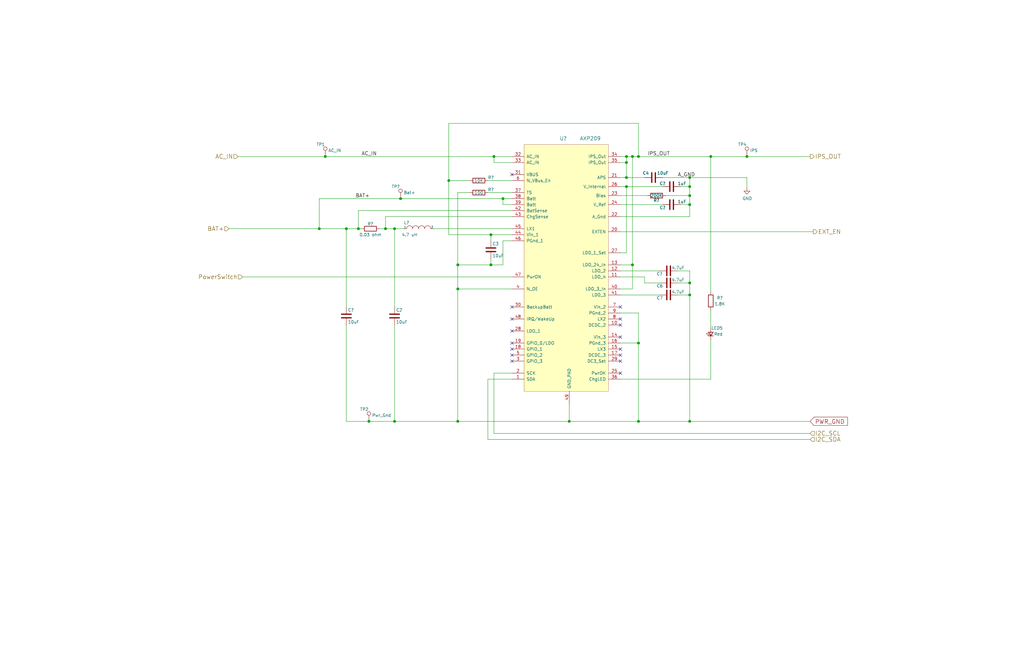
<source format=kicad_sch>
(kicad_sch (version 20211123) (generator eeschema)
  (paper "B")
  (title_block (title "ConnectBox CM4 for China Case") (date "2022-02-17") (rev "1.8.1") (comment 1 "JRA"))
  (lib_symbols
    (symbol "Connector:TestPoint" (pin_numbers hide) (pin_names (offset 0.762) hide)
      (property "Reference" "TP" (at 0 6.858 0))
      (property "Value" "TestPoint" (at 0 5.08 0))
      (symbol "TestPoint_0_1"
        (circle (center 0 3.302) (radius 0.762))
      )
      (symbol "TestPoint_1_1"
        (pin passive line (at 0 0 90) (length 2.54) (name "1") (number "1"))
      )
    )
    (symbol "Custom_1:AXP209" (pin_names (offset 1.016))
      (property "Reference" "U" (at -6.35 40.64 0))
      (property "Value" "AXP209" (at 5.08 40.64 0))
      (symbol "AXP209_0_1"
        (rectangle (start -22.86 38.1) (end 12.7 -66.04) (stroke (width 0.0254)) (fill (type background)))
      )
      (symbol "AXP209_1_1"
        (pin input line (at -27.94 -60.96 0) (length 5.08) (name "SDA") (number "1"))
        (pin input line (at 17.78 -38.1 180) (length 5.08) (name "DCDC_2") (number "10"))
        (pin input line (at 17.78 -17.78 180) (length 5.08) (name "LDO_4") (number "11"))
        (pin input line (at 17.78 -15.24 180) (length 5.08) (name "LDO_2") (number "12"))
        (pin input line (at 17.78 -12.7 180) (length 5.08) (name "LDO_24_In") (number "13"))
        (pin input line (at 17.78 -43.18 180) (length 5.08) (name "Vin_3") (number "14"))
        (pin input line (at 17.78 -48.26 180) (length 5.08) (name "LX3") (number "15"))
        (pin input line (at 17.78 -45.72 180) (length 5.08) (name "PGnd_3") (number "16"))
        (pin input line (at 17.78 -50.8 180) (length 5.08) (name "DCDC_3") (number "17"))
        (pin input line (at -27.94 -48.26 0) (length 5.08) (name "GPIO_1") (number "18"))
        (pin input line (at -27.94 -45.72 0) (length 5.08) (name "GPIO_0/LDO") (number "19"))
        (pin input line (at -27.94 -58.42 0) (length 5.08) (name "SCK") (number "2"))
        (pin output line (at 17.78 1.27 180) (length 5.08) (name "EXTEN") (number "20"))
        (pin input line (at 17.78 24.13 180) (length 5.08) (name "APS") (number "21"))
        (pin input line (at 17.78 7.62 180) (length 5.08) (name "A_Gnd") (number "22"))
        (pin input line (at 17.78 16.51 180) (length 5.08) (name "Bias") (number "23"))
        (pin input line (at 17.78 12.7 180) (length 5.08) (name "V_Ref") (number "24"))
        (pin input line (at 17.78 -58.42 180) (length 5.08) (name "PwrOK") (number "25"))
        (pin input line (at 17.78 20.32 180) (length 5.08) (name "V_Internal") (number "26"))
        (pin input line (at 17.78 -7.62 180) (length 5.08) (name "LDO_1_Set") (number "27"))
        (pin input line (at -27.94 -40.64 0) (length 5.08) (name "LDO_1") (number "28"))
        (pin input line (at 17.78 -53.34 180) (length 5.08) (name "DC3_Set") (number "29"))
        (pin input line (at -27.94 -53.34 0) (length 5.08) (name "GPIO_3") (number "3"))
        (pin input line (at -27.94 -30.48 0) (length 5.08) (name "BackupBatt") (number "30"))
        (pin input line (at -27.94 25.4 0) (length 5.08) (name "VBUS") (number "31"))
        (pin input line (at -27.94 33.02 0) (length 5.08) (name "AC_IN") (number "32"))
        (pin input line (at -27.94 30.48 0) (length 5.08) (name "AC_IN") (number "33"))
        (pin input line (at 17.78 33.02 180) (length 5.08) (name "IPS_Out") (number "34"))
        (pin input line (at 17.78 30.48 180) (length 5.08) (name "IPS_Out") (number "35"))
        (pin input line (at 17.78 -60.96 180) (length 5.08) (name "ChgLED") (number "36"))
        (pin input line (at -27.94 17.78 0) (length 5.08) (name "TS") (number "37"))
        (pin input line (at -27.94 15.24 0) (length 5.08) (name "Batt") (number "38"))
        (pin input line (at -27.94 12.7 0) (length 5.08) (name "Batt") (number "39"))
        (pin input line (at -27.94 -22.86 0) (length 5.08) (name "N_OE") (number "4"))
        (pin input line (at 17.78 -22.86 180) (length 5.08) (name "LDO_3_In") (number "40"))
        (pin input line (at 17.78 -25.4 180) (length 5.08) (name "LDO_3") (number "41"))
        (pin input line (at -27.94 10.16 0) (length 5.08) (name "BatSense") (number "42"))
        (pin input line (at -27.94 7.62 0) (length 5.08) (name "ChgSense") (number "43"))
        (pin input line (at -27.94 0 0) (length 5.08) (name "Vin_1") (number "44"))
        (pin input line (at -27.94 2.54 0) (length 5.08) (name "LX1") (number "45"))
        (pin input line (at -27.94 -2.54 0) (length 5.08) (name "PGnd_1") (number "46"))
        (pin input line (at -27.94 -17.78 0) (length 5.08) (name "PwrON") (number "47"))
        (pin input line (at -27.94 -35.56 0) (length 5.08) (name "IRQ/WakeUp") (number "48"))
        (pin input line (at -3.81 -71.12 90) (length 5.08) (name "GND_PAD") (number "49"))
        (pin input line (at -27.94 -50.8 0) (length 5.08) (name "GPIO_2") (number "5"))
        (pin input line (at -27.94 22.86 0) (length 5.08) (name "N_VBus_En") (number "6"))
        (pin input line (at 17.78 -30.48 180) (length 5.08) (name "Vin_2") (number "7"))
        (pin input line (at 17.78 -35.56 180) (length 5.08) (name "LX2") (number "8"))
        (pin input line (at 17.78 -33.02 180) (length 5.08) (name "PGnd_2") (number "9"))
      )
    )
    (symbol "Custom_1:INDUCTOR" (pin_numbers hide) (pin_names (offset 0))
      (property "Reference" "L" (at 0 2.54 0))
      (property "Value" "INDUCTOR" (at 0 -1.27 0))
      (symbol "INDUCTOR_0_1"
        (arc (start -2.54 0) (mid -3.81 1.27) (end -5.08 0))
        (arc (start 0 0) (mid -1.27 1.27) (end -2.54 0))
        (arc (start 2.54 0) (mid 1.27 1.27) (end 0 0))
        (arc (start 5.08 0) (mid 3.81 1.27) (end 2.54 0))
      )
      (symbol "INDUCTOR_1_1"
        (pin input line (at -6.35 0 0) (length 1.27) (name "1") (number "1"))
        (pin input line (at 6.35 0 180) (length 1.27) (name "2") (number "2"))
      )
    )
    (symbol "Device:C" (pin_numbers hide) (pin_names (offset 0.254))
      (property "Reference" "C" (at 0.635 2.54 0))
      (property "Value" "C" (at 0.635 -2.54 0))
      (symbol "C_0_1"
        (polyline (pts (xy -2.032 -0.762) (xy 2.032 -0.762)) (stroke (width 0.508)))
        (polyline (pts (xy -2.032 0.762) (xy 2.032 0.762)) (stroke (width 0.508)))
      )
      (symbol "C_1_1"
        (pin passive line (at 0 3.81 270) (length 2.794) (name "~") (number "1"))
        (pin passive line (at 0 -3.81 90) (length 2.794) (name "~") (number "2"))
      )
    )
    (symbol "Device:LED_Small" (pin_numbers hide) (pin_names (offset 0.254) hide)
      (property "Reference" "D" (at -1.27 3.175 0))
      (property "Value" "LED_Small" (at -4.445 -2.54 0))
      (symbol "LED_Small_0_1"
        (polyline (pts (xy -0.762 -1.016) (xy -0.762 1.016)) (stroke (width 0.254)))
        (polyline (pts (xy 1.016 0) (xy -0.762 0)))
        (polyline (pts (xy 0.762 -1.016) (xy -0.762 0) (xy 0.762 1.016) (xy 0.762 -1.016)) (stroke (width 0.254)))
        (polyline (pts (xy 0 0.762) (xy -0.508 1.27) (xy -0.254 1.27) (xy -0.508 1.27) (xy -0.508 1.016)))
        (polyline (pts (xy 0.508 1.27) (xy 0 1.778) (xy 0.254 1.778) (xy 0 1.778) (xy 0 1.524)))
      )
      (symbol "LED_Small_1_1"
        (pin passive line (at -2.54 0 0) (length 1.778) (name "K") (number "1"))
        (pin passive line (at 2.54 0 180) (length 1.778) (name "A") (number "2"))
      )
    )
    (symbol "Device:R" (pin_numbers hide) (pin_names (offset 0))
      (property "Reference" "R" (at 2.032 0 90))
      (property "Value" "R" (at 0 0 90))
      (symbol "R_0_1"
        (rectangle (start -1.016 -2.54) (end 1.016 2.54) (stroke (width 0.254)))
      )
      (symbol "R_1_1"
        (pin passive line (at 0 3.81 270) (length 1.27) (name "~") (number "1"))
        (pin passive line (at 0 -3.81 90) (length 1.27) (name "~") (number "2"))
      )
    )
    (symbol "power:GND" (power) (pin_names (offset 0))
      (property "Value" "GND" (at 0 -3.81 0))
      (symbol "GND_0_1"
        (polyline (pts (xy 0 0) (xy 0 -1.27) (xy 1.27 -1.27) (xy 0 -2.54) (xy -1.27 -1.27) (xy 0 -1.27)))
      )
      (symbol "GND_1_1"
        (pin power_in line (at 0 0 270) (length 0) hide (name "GND") (number "1"))
      )
    )
  )
  (junction (at 264.16 68.58) (diameter 1.016))
  (junction (at 290.83 78.74) (diameter 1.016))
  (junction (at 266.7 66.04) (diameter 1.016))
  (junction (at 166.37 177.8) (diameter 1.016))
  (junction (at 290.83 124.46) (diameter 1.016))
  (junction (at 162.56 96.52) (diameter 1.016))
  (junction (at 193.04 177.8) (diameter 1.016))
  (junction (at 264.16 78.74) (diameter 1.016))
  (junction (at 155.575 177.8) (diameter 1.016))
  (junction (at 134.62 96.52) (diameter 1.016))
  (junction (at 266.7 111.76) (diameter 1.016))
  (junction (at 290.83 119.38) (diameter 1.016))
  (junction (at 212.09 83.82) (diameter 1.016))
  (junction (at 269.24 66.04) (diameter 1.016))
  (junction (at 189.23 76.2) (diameter 1.016))
  (junction (at 290.83 177.8) (diameter 1.016))
  (junction (at 207.01 99.06) (diameter 1.016))
  (junction (at 264.16 66.04) (diameter 1.016))
  (junction (at 137.16 66.04) (diameter 1.016))
  (junction (at 290.83 74.93) (diameter 1.016))
  (junction (at 240.03 177.8) (diameter 1.016))
  (junction (at 290.83 82.55) (diameter 1.016))
  (junction (at 299.72 66.04) (diameter 1.016))
  (junction (at 166.37 96.52) (diameter 1.016))
  (junction (at 264.16 74.93) (diameter 1.016))
  (junction (at 207.01 111.76) (diameter 1.016))
  (junction (at 208.28 66.04) (diameter 1.016))
  (junction (at 269.24 177.8) (diameter 1.016))
  (junction (at 151.13 96.52) (diameter 1.016))
  (junction (at 269.24 144.78) (diameter 1.016))
  (junction (at 168.91 83.82) (diameter 1.016))
  (junction (at 193.04 121.92) (diameter 1.016))
  (junction (at 193.04 111.76) (diameter 1.016))
  (junction (at 290.83 86.36) (diameter 1.016))
  (junction (at 146.05 96.52) (diameter 1.016))
  (junction (at 314.96 66.04) (diameter 1.016))
  (no_connect (at 215.9 129.54))
  (no_connect (at 261.62 134.62))
  (no_connect (at 261.62 142.24))
  (no_connect (at 215.9 73.66))
  (no_connect (at 215.9 149.86))
  (no_connect (at 261.62 147.32))
  (no_connect (at 261.62 129.54))
  (no_connect (at 215.9 144.78))
  (no_connect (at 215.9 147.32))
  (no_connect (at 215.9 139.7))
  (no_connect (at 261.62 157.48))
  (no_connect (at 261.62 152.4))
  (no_connect (at 261.62 137.16))
  (no_connect (at 215.9 152.4))
  (no_connect (at 215.9 134.62))
  (no_connect (at 261.62 149.86))
  (wire (pts (xy 151.13 88.9) (xy 215.9 88.9)))
  (wire (pts (xy 134.62 83.82) (xy 168.91 83.82)))
  (wire (pts (xy 146.05 129.54) (xy 146.05 96.52)))
  (wire (pts (xy 212.09 111.76) (xy 207.01 111.76)))
  (wire (pts (xy 193.04 121.92) (xy 215.9 121.92)))
  (wire (pts (xy 208.28 66.04) (xy 215.9 66.04)))
  (wire (pts (xy 207.01 111.76) (xy 193.04 111.76)))
  (wire (pts (xy 261.62 116.84) (xy 271.78 116.84)))
  (wire (pts (xy 266.7 121.92) (xy 261.62 121.92)))
  (wire (pts (xy 215.9 101.6) (xy 212.09 101.6)))
  (wire (pts (xy 261.62 78.74) (xy 264.16 78.74)))
  (wire (pts (xy 299.72 130.81) (xy 299.72 138.43)))
  (wire (pts (xy 264.16 68.58) (xy 264.16 74.93)))
  (wire (pts (xy 271.78 116.84) (xy 271.78 119.38)))
  (wire (pts (xy 189.23 52.07) (xy 189.23 76.2)))
  (wire (pts (xy 215.9 68.58) (xy 208.28 68.58)))
  (wire (pts (xy 261.62 106.68) (xy 264.16 106.68)))
  (wire (pts (xy 198.12 81.28) (xy 193.04 81.28)))
  (wire (pts (xy 155.575 177.8) (xy 146.05 177.8)))
  (wire (pts (xy 166.37 177.8) (xy 155.575 177.8)))
  (wire (pts (xy 193.04 81.28) (xy 193.04 111.76)))
  (wire (pts (xy 290.83 74.93) (xy 314.96 74.93)))
  (wire (pts (xy 314.96 74.93) (xy 314.96 79.375)))
  (wire (pts (xy 279.4 86.36) (xy 261.62 86.36)))
  (wire (pts (xy 261.62 91.44) (xy 290.83 91.44)))
  (wire (pts (xy 290.83 119.38) (xy 290.83 124.46)))
  (wire (pts (xy 193.04 121.92) (xy 193.04 177.8)))
  (wire (pts (xy 279.4 74.93) (xy 290.83 74.93)))
  (wire (pts (xy 269.24 177.8) (xy 240.03 177.8)))
  (wire (pts (xy 285.75 114.3) (xy 290.83 114.3)))
  (wire (pts (xy 162.56 91.44) (xy 162.56 96.52)))
  (wire (pts (xy 269.24 177.8) (xy 290.83 177.8)))
  (wire (pts (xy 261.62 82.55) (xy 273.05 82.55)))
  (wire (pts (xy 299.72 66.04) (xy 299.72 123.19)))
  (wire (pts (xy 285.75 124.46) (xy 290.83 124.46)))
  (wire (pts (xy 96.52 96.52) (xy 134.62 96.52)))
  (wire (pts (xy 162.56 96.52) (xy 166.37 96.52)))
  (wire (pts (xy 264.16 74.93) (xy 271.78 74.93)))
  (wire (pts (xy 205.74 76.2) (xy 215.9 76.2)))
  (wire (pts (xy 208.28 157.48) (xy 208.28 182.88)))
  (wire (pts (xy 208.28 182.88) (xy 341.63 182.88)))
  (wire (pts (xy 215.9 157.48) (xy 208.28 157.48)))
  (wire (pts (xy 189.23 76.2) (xy 189.23 99.06)))
  (wire (pts (xy 151.13 96.52) (xy 151.13 88.9)))
  (wire (pts (xy 261.62 114.3) (xy 278.13 114.3)))
  (wire (pts (xy 290.83 86.36) (xy 287.02 86.36)))
  (wire (pts (xy 166.37 177.8) (xy 193.04 177.8)))
  (wire (pts (xy 290.83 78.74) (xy 290.83 82.55)))
  (wire (pts (xy 261.62 97.79) (xy 342.9 97.79)))
  (wire (pts (xy 207.01 111.76) (xy 207.01 109.22)))
  (wire (pts (xy 290.83 74.93) (xy 290.83 78.74)))
  (wire (pts (xy 269.24 52.07) (xy 269.24 66.04)))
  (wire (pts (xy 290.83 78.74) (xy 287.02 78.74)))
  (wire (pts (xy 266.7 111.76) (xy 266.7 121.92)))
  (wire (pts (xy 198.12 76.2) (xy 189.23 76.2)))
  (wire (pts (xy 207.01 99.06) (xy 215.9 99.06)))
  (wire (pts (xy 290.83 124.46) (xy 290.83 177.8)))
  (wire (pts (xy 205.74 81.28) (xy 215.9 81.28)))
  (wire (pts (xy 261.62 111.76) (xy 266.7 111.76)))
  (wire (pts (xy 290.83 114.3) (xy 290.83 119.38)))
  (wire (pts (xy 261.62 124.46) (xy 278.13 124.46)))
  (wire (pts (xy 137.16 66.04) (xy 208.28 66.04)))
  (wire (pts (xy 269.24 66.04) (xy 299.72 66.04)))
  (wire (pts (xy 168.91 83.82) (xy 212.09 83.82)))
  (wire (pts (xy 266.7 66.04) (xy 266.7 111.76)))
  (wire (pts (xy 151.13 96.52) (xy 152.4 96.52)))
  (wire (pts (xy 100.33 66.04) (xy 137.16 66.04)))
  (wire (pts (xy 189.23 52.07) (xy 269.24 52.07)))
  (wire (pts (xy 290.83 82.55) (xy 290.83 86.36)))
  (wire (pts (xy 264.16 106.68) (xy 264.16 78.74)))
  (wire (pts (xy 215.9 116.84) (xy 102.235 116.84)))
  (wire (pts (xy 166.37 96.52) (xy 166.37 129.54)))
  (wire (pts (xy 261.62 74.93) (xy 264.16 74.93)))
  (wire (pts (xy 166.37 96.52) (xy 170.18 96.52)))
  (wire (pts (xy 261.62 160.02) (xy 299.72 160.02)))
  (wire (pts (xy 193.04 177.8) (xy 240.03 177.8)))
  (wire (pts (xy 212.09 83.82) (xy 215.9 83.82)))
  (wire (pts (xy 290.83 82.55) (xy 280.67 82.55)))
  (wire (pts (xy 208.28 68.58) (xy 208.28 66.04)))
  (wire (pts (xy 134.62 96.52) (xy 146.05 96.52)))
  (wire (pts (xy 212.09 101.6) (xy 212.09 111.76)))
  (wire (pts (xy 299.72 143.51) (xy 299.72 160.02)))
  (wire (pts (xy 146.05 137.16) (xy 146.05 177.8)))
  (wire (pts (xy 215.9 91.44) (xy 162.56 91.44)))
  (wire (pts (xy 271.78 119.38) (xy 278.13 119.38)))
  (wire (pts (xy 269.24 132.08) (xy 269.24 144.78)))
  (wire (pts (xy 264.16 66.04) (xy 261.62 66.04)))
  (wire (pts (xy 160.02 96.52) (xy 162.56 96.52)))
  (wire (pts (xy 290.83 86.36) (xy 290.83 91.44)))
  (wire (pts (xy 264.16 66.04) (xy 264.16 68.58)))
  (wire (pts (xy 269.24 144.78) (xy 269.24 177.8)))
  (wire (pts (xy 290.83 177.8) (xy 341.63 177.8)))
  (wire (pts (xy 269.24 66.04) (xy 266.7 66.04)))
  (wire (pts (xy 193.04 111.76) (xy 193.04 121.92)))
  (wire (pts (xy 299.72 66.04) (xy 314.96 66.04)))
  (wire (pts (xy 314.96 66.04) (xy 341.63 66.04)))
  (wire (pts (xy 212.09 86.36) (xy 215.9 86.36)))
  (wire (pts (xy 207.01 101.6) (xy 207.01 99.06)))
  (wire (pts (xy 189.23 99.06) (xy 207.01 99.06)))
  (wire (pts (xy 285.75 119.38) (xy 290.83 119.38)))
  (wire (pts (xy 266.7 66.04) (xy 264.16 66.04)))
  (wire (pts (xy 240.03 177.8) (xy 240.03 170.18)))
  (wire (pts (xy 212.09 83.82) (xy 212.09 86.36)))
  (wire (pts (xy 134.62 83.82) (xy 134.62 96.52)))
  (wire (pts (xy 182.88 96.52) (xy 215.9 96.52)))
  (wire (pts (xy 261.62 68.58) (xy 264.16 68.58)))
  (wire (pts (xy 261.62 144.78) (xy 269.24 144.78)))
  (wire (pts (xy 205.74 160.02) (xy 215.9 160.02)))
  (wire (pts (xy 205.74 185.42) (xy 205.74 160.02)))
  (wire (pts (xy 341.63 185.42) (xy 205.74 185.42)))
  (wire (pts (xy 166.37 177.8) (xy 166.37 137.16)))
  (wire (pts (xy 264.16 78.74) (xy 279.4 78.74)))
  (wire (pts (xy 146.05 96.52) (xy 151.13 96.52)))
  (wire (pts (xy 261.62 132.08) (xy 269.24 132.08)))
  (label "A_GND" (at 285.75 74.93 0) (effects (font (size 1.524 1.524))))
  (label "BAT+" (at 149.86 83.82 0) (effects (font (size 1.524 1.524))))
  (label "IPS_OUT" (at 273.05 66.04 0) (effects (font (size 1.524 1.524))))
  (label "AC_IN" (at 152.4 66.04 0) (effects (font (size 1.524 1.524))))
  (global_label "PWR_GND" (shape input) (at 341.63 177.8 0) (effects (font (size 1.778 1.778))) (property "Intersheet References" "${INTERSHEET_REFS}" (effects hide)))
  (hierarchical_label "I2C_SCL" (shape input) (at 341.63 182.88 0) (effects (font (size 1.778 1.778))))
  (hierarchical_label "PowerSwitch" (shape input) (at 102.235 116.84 180) (effects (font (size 1.778 1.778))))
  (hierarchical_label "I2C_SDA" (shape input) (at 341.63 185.42 0) (effects (font (size 1.778 1.778))))
  (hierarchical_label "EXT_EN" (shape output) (at 342.9 97.79 0) (effects (font (size 1.778 1.778))))
  (hierarchical_label "IPS_OUT" (shape output) (at 341.63 66.04 0) (effects (font (size 1.778 1.778))))
  (hierarchical_label "AC_IN" (shape input) (at 100.33 66.04 180) (effects (font (size 1.778 1.778))))
  (hierarchical_label "BAT+" (shape input) (at 96.52 96.52 180) (effects (font (size 1.778 1.778))))
  (symbol (lib_id "Device:C") (at 146.05 133.35 0) (unit 1)
    (property "Reference" "C?" (at 146.685 130.81 0) (effects (justify left)))
    (property "Value" "10uF" (at 146.685 135.89 0) (effects (justify left)))
    (property "Footprint" "Capacitor_SMD:C_0603_1608Metric" (effects hide))
    (property "Manufacturer" "Samsung Electro-Mechanics" (effects hide))
    (property "Manufacturer P/N" "C0603C106M9PACTU" (effects hide))
    (property "Description" "CAP CER 10UF 6.3V X5R 0603" (effects hide))
    (property "DigiKey P/N" "399-5504-1-ND " (effects hide))
    (property "Type" "SMD" (effects hide))
  )
  (symbol (lib_id "Device:R") (at 156.21 96.52 90) (unit 1)
    (property "Reference" "R?" (at 156.21 94.488 90))
    (property "Value" "0.03 ohm" (at 156.21 99.06 90))
    (property "Footprint" "Resistor_SMD:R_0603_1608Metric" (effects hide))
    (property "Manufacturer" "Panasonic Electronic Components" (effects hide))
    (property "Manufacturer P/N" "ERJ-6CWFR030V" (effects hide))
    (property "Description" "RES 0.03 OHM 1% 1/2W 0805" (effects hide))
    (property "DigiKey P/N" "P19207CT-ND" (effects hide))
    (property "Type" "SMD" (effects hide))
  )
  (symbol (lib_id "Device:R") (at 201.93 81.28 270) (unit 1)
    (property "Reference" "R?" (at 207.01 80.01 90))
    (property "Value" "100" (at 201.93 81.28 90))
    (property "Footprint" "Resistor_SMD:R_0603_1608Metric" (effects hide))
    (property "Manufacturer" "Yageo" (effects hide))
    (property "Manufacturer P/N" "RC06-3FR-07100RL" (effects hide))
    (property "Description" "RES SMD 100 OHM 1% 1/8W 0603" (effects hide))
    (property "DigiKey P/N" "311-100HRCT-ND" (effects hide))
    (property "Type" "SMD" (effects hide))
  )
  (symbol (lib_id "Device:R") (at 201.93 76.2 270) (unit 1)
    (property "Reference" "R?" (at 207.01 74.93 90))
    (property "Value" "10K" (at 201.93 76.2 90))
    (property "Footprint" "Resistor_SMD:R_0603_1608Metric" (effects hide))
    (property "Manufacturer" "Yageo" (effects hide))
    (property "Manufacturer P/N" "RC0603FR-0710KL" (effects hide))
    (property "Description" "RES SMD 10K OHM 1% 1/8W 0603" (effects hide))
    (property "DigiKey P/N" "311-10.0KHRCT-ND" (effects hide))
    (property "Type" "SMD" (effects hide))
  )
  (symbol (lib_id "Device:R") (at 276.86 82.55 270) (unit 1)
    (property "Reference" "R?" (at 276.86 84.582 90))
    (property "Value" "200K" (at 276.86 82.55 90))
    (property "Footprint" "Resistor_SMD:R_0603_1608Metric" (effects hide))
    (property "Manufacturer" "Yageo" (effects hide))
    (property "Manufacturer P/N" "RC0603FR-07200KL" (effects hide))
    (property "Description" "RES SMD 200K OHM 1% 1/8W 0603" (effects hide))
    (property "DigiKey P/N" "311-200KHRCT-ND" (effects hide))
    (property "Type" "SMD" (effects hide))
  )
  (symbol (lib_id "Device:C") (at 283.21 78.74 270) (unit 1)
    (property "Reference" "C?" (at 278.13 77.47 90) (effects (justify left)))
    (property "Value" "1uF" (at 285.75 77.47 90) (effects (justify left)))
    (property "Footprint" "Capacitor_SMD:C_0603_1608Metric" (effects hide))
    (property "Manufacturer" "KEMET" (effects hide))
    (property "Manufacturer P/N" "C0603C105K9PACTU" (effects hide))
    (property "Description" "CAP CER 1UF 6.3V X5R 0603" (effects hide))
    (property "DigiKey P/N" "399-7848-1-ND" (effects hide))
    (property "Type" "SMD" (effects hide))
  )
  (symbol (lib_id "Device:C") (at 283.21 86.36 270) (unit 1)
    (property "Reference" "C?" (at 278.13 87.63 90) (effects (justify left)))
    (property "Value" "1uF" (at 285.75 85.09 90) (effects (justify left)))
    (property "Footprint" "Capacitor_SMD:C_0603_1608Metric" (effects hide))
    (property "Manufacturer" "KEMET" (effects hide))
    (property "Manufacturer P/N" "C0603C105K9PACTU" (effects hide))
    (property "Description" "CAP CER 1UF 6.3V X5R 0603" (effects hide))
    (property "DigiKey P/N" "399-7848-1-ND" (effects hide))
    (property "Type" "SMD" (effects hide))
  )
  (symbol (lib_id "Custom_1:AXP209") (at 243.84 99.06 0) (unit 1)
    (property "Reference" "U?" (at 237.49 58.42 0) (effects (font (size 1.524 1.524))))
    (property "Value" "AXP209" (at 248.92 58.42 0) (effects (font (size 1.524 1.524))))
    (property "Footprint" "CustomComponents:UQFN-48-1EP_6x6mm_Pitch0.4mm_75" (effects hide))
    (property "Manufacturer" "X-Powers" (effects hide))
    (property "Manufacturer P/N" "AXP209" (effects hide))
    (property "Description" "Enhanced single Cell Li-Battery and Power System Management IC" (effects hide))
    (property "DigiKey P/N" "http://www.kynix.com/Detail/120792/AXP209.html" (effects hide))
    (property "Type" "SMD" (effects hide))
  )
  (symbol (lib_id "Device:C") (at 281.94 114.3 270) (unit 1)
    (property "Reference" "C?" (at 276.86 115.57 90) (effects (justify left)))
    (property "Value" "4.7uF" (at 283.21 113.03 90) (effects (justify left)))
    (property "Footprint" "Capacitor_SMD:C_0603_1608Metric" (effects hide))
    (property "Manufacturer" "KEMET" (effects hide))
    (property "Manufacturer P/N" "C0603C475K9PACTU" (effects hide))
    (property "Description" "CAP CER 4.7UF 6.3V X5R 0603" (effects hide))
    (property "DigiKey P/N" "399-3482-1-ND" (effects hide))
    (property "Type" "SMD" (effects hide))
  )
  (symbol (lib_id "Custom_1:INDUCTOR") (at 176.53 96.52 0) (unit 1)
    (property "Reference" "L?" (at 171.45 93.98 0))
    (property "Value" "4.7 uH" (at 172.72 99.06 0))
    (property "Footprint" "CustomComponents:INDUCTOR_SMD_6x6-1" (effects hide))
    (property "Manufacturer" "Taiyo Yuden" (effects hide))
    (property "Manufacturer P/N" "NR6028T4R7M" (effects hide))
    (property "Description" "FIXED IND 4.7UH 3A 40.3 MOHM SMD" (effects hide))
    (property "DigiKey P/N" "587-2100-1-ND" (effects hide))
    (property "Type" "SMD" (effects hide))
  )
  (symbol (lib_id "Connector:TestPoint") (at 168.91 83.82 0) (unit 1)
    (property "Reference" "TP?" (at 165.1 78.74 0) (effects (justify left)))
    (property "Value" "Bat+" (at 170.18 81.28 0) (effects (justify left)))
    (property "Footprint" "TestPoint:TestPoint_THTPad_D1.5mm_Drill0.7mm" (effects hide))
  )
  (symbol (lib_id "Device:R") (at 299.72 127 0) (unit 1)
    (property "Reference" "R?" (at 303.53 125.73 0))
    (property "Value" "1.8K" (at 303.53 128.27 0))
    (property "Footprint" "Resistor_SMD:R_0603_1608Metric" (effects hide))
    (property "Manufacturer" "Yageo" (effects hide))
    (property "Manufacturer P/N" "RC0603FR-071K8L" (effects hide))
    (property "Description" "RES SMD 1.8K OHM 1% 1/8W 0603" (effects hide))
    (property "DigiKey P/N" "311-1.80KHRCT-ND" (effects hide))
    (property "Type" "SMD" (effects hide))
  )
  (symbol (lib_id "Connector:TestPoint") (at 137.16 66.04 0) (unit 1)
    (property "Reference" "TP1" (at 133.35 60.96 0) (effects (justify left)))
    (property "Value" "AC_IN" (at 138.43 63.5 0) (effects (justify left)))
    (property "Footprint" "TestPoint:TestPoint_THTPad_D1.5mm_Drill0.7mm" (effects hide))
  )
  (symbol (lib_id "Device:C") (at 207.01 105.41 0) (unit 1)
    (property "Reference" "C3" (at 207.645 102.87 0) (effects (justify left)))
    (property "Value" "10uF" (at 207.645 107.95 0) (effects (justify left)))
    (property "Footprint" "Capacitor_SMD:C_0603_1608Metric" (effects hide))
    (property "Manufacturer" "Samsung Electro-Mechanics" (effects hide))
    (property "Manufacturer P/N" "C0603C106M9PACTU" (effects hide))
    (property "Description" "CAP CER 10UF 6.3V X5R 0603" (effects hide))
    (property "DigiKey P/N" "399-5504-1-ND " (effects hide))
    (property "Type" "SMD" (effects hide))
  )
  (symbol (lib_id "Device:C") (at 281.94 119.38 270) (unit 1)
    (property "Reference" "C6" (at 276.86 120.65 90) (effects (justify left)))
    (property "Value" "4.7uF" (at 283.21 118.11 90) (effects (justify left)))
    (property "Footprint" "Capacitor_SMD:C_0603_1608Metric" (effects hide))
    (property "Manufacturer" "KEMET" (effects hide))
    (property "Manufacturer P/N" "C0603C475K9PACTU" (effects hide))
    (property "Description" "CAP CER 4.7UF 6.3V X5R 0603" (effects hide))
    (property "DigiKey P/N" "399-3482-1-ND" (effects hide))
    (property "Type" "SMD" (effects hide))
  )
  (symbol (lib_id "Device:LED_Small") (at 299.72 140.97 90) (unit 1)
    (property "Reference" "LED5" (at 304.8 138.43 90) (effects (justify left)))
    (property "Value" "Red" (at 304.8 140.97 90) (effects (justify left)))
    (property "Footprint" "LED_SMD:LED_0603_1608Metric" (effects hide))
    (property "Manufacturer" "Lite-On Inc." (effects hide))
    (property "Manufacturer P/N" "LTST-C191KRKT" (effects hide))
    (property "Description" "LED RED CLEAR 0603 SMD" (effects hide))
    (property "DigiKey P/N" "160-1447-1-ND" (effects hide))
    (property "Type" "SMD" (effects hide))
  )
  (symbol (lib_id "power:GND") (at 314.96 79.375 0) (unit 1)
    (property "Reference" "#PWR01" (effects hide))
    (property "Value" "GND" (at 315.087 83.7692 0))
  )
  (symbol (lib_id "Connector:TestPoint") (at 314.96 66.04 0) (unit 1)
    (property "Reference" "TP4" (at 311.15 60.96 0) (effects (justify left)))
    (property "Value" "IPS" (at 316.23 63.5 0) (effects (justify left)))
    (property "Footprint" "TestPoint:TestPoint_THTPad_D1.5mm_Drill0.7mm" (effects hide))
  )
  (symbol (lib_id "Device:C") (at 275.59 74.93 90) (unit 1)
    (property "Reference" "C4" (at 273.685 73.025 90) (effects (justify left)))
    (property "Value" "10uF" (at 281.94 73.025 90) (effects (justify left)))
    (property "Footprint" "Capacitor_SMD:C_0603_1608Metric" (effects hide))
    (property "Manufacturer" "Samsung Electro-Mechanics" (effects hide))
    (property "Manufacturer P/N" "C0603C106M9PACTU" (effects hide))
    (property "Description" "CAP CER 10UF 6.3V X5R 0603" (effects hide))
    (property "DigiKey P/N" "399-5504-1-ND " (effects hide))
    (property "Type" "SMD" (effects hide))
  )
  (symbol (lib_id "Device:C") (at 166.37 133.35 0) (unit 1)
    (property "Reference" "C2" (at 167.005 130.81 0) (effects (justify left)))
    (property "Value" "10uF" (at 167.005 135.89 0) (effects (justify left)))
    (property "Footprint" "Capacitor_SMD:C_0603_1608Metric" (effects hide))
    (property "Manufacturer" "Samsung Electro-Mechanics" (effects hide))
    (property "Manufacturer P/N" "C0603C106M9PACTU" (effects hide))
    (property "Description" "CAP CER 10UF 6.3V X5R 0603" (effects hide))
    (property "DigiKey P/N" "399-5504-1-ND " (effects hide))
    (property "Type" "SMD" (effects hide))
  )
  (symbol (lib_id "Device:C") (at 281.94 124.46 270) (unit 1)
    (property "Reference" "C7" (at 276.86 125.73 90) (effects (justify left)))
    (property "Value" "4.7uF" (at 283.21 123.19 90) (effects (justify left)))
    (property "Footprint" "Capacitor_SMD:C_0603_1608Metric" (effects hide))
    (property "Manufacturer" "KEMET" (effects hide))
    (property "Manufacturer P/N" "C0603C475K9PACTU" (effects hide))
    (property "Description" "CAP CER 4.7UF 6.3V X5R 0603" (effects hide))
    (property "DigiKey P/N" "399-3482-1-ND" (effects hide))
    (property "Type" "SMD" (effects hide))
  )
  (symbol (lib_id "Connector:TestPoint") (at 155.575 177.8 0) (unit 1)
    (property "Reference" "TP2" (at 151.765 172.72 0) (effects (justify left)))
    (property "Value" "Pwr_Gnd" (at 156.845 175.26 0) (effects (justify left)))
    (property "Footprint" "TestPoint:TestPoint_THTPad_D1.5mm_Drill0.7mm" (effects hide))
  )
)
</source>
